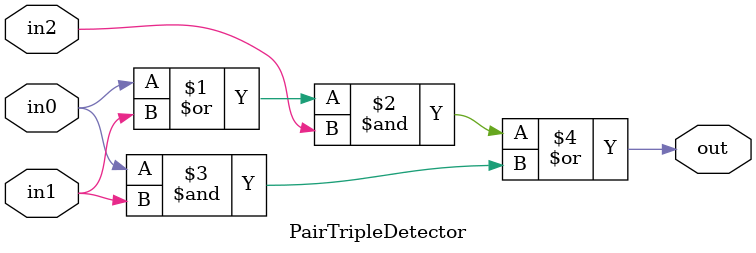
<source format=v>

module PairTripleDetector
(
  input  wire in0,
  input  wire in1,
  input  wire in2,
  output wire out
);

  // '''''''''''''''''''''''''''''''''''''''''''''''''''''''''''''''''''''
  // Discussion Section Task
  // '''''''''''''''''''''''''''''''''''''''''''''''''''''''''''''''''''''
  // Implement a pair/triple detector using explicit gate-level modeling.

  assign out = ((in0|in1) & in2) | (in0 & in1);
endmodule


</source>
